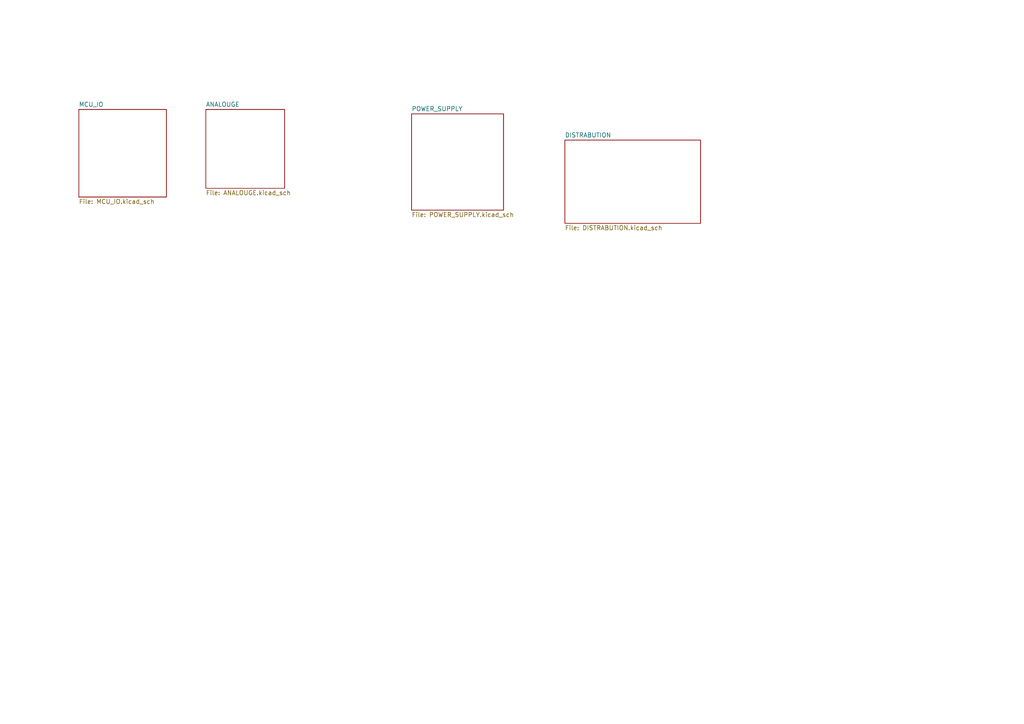
<source format=kicad_sch>
(kicad_sch
	(version 20250114)
	(generator "eeschema")
	(generator_version "9.0")
	(uuid "2800815a-f06a-4e36-93dc-fea3151edeb4")
	(paper "A4")
	(lib_symbols)
	(sheet
		(at 59.69 31.75)
		(size 22.86 22.86)
		(exclude_from_sim no)
		(in_bom yes)
		(on_board yes)
		(dnp no)
		(fields_autoplaced yes)
		(stroke
			(width 0.1524)
			(type solid)
		)
		(fill
			(color 0 0 0 0.0000)
		)
		(uuid "64c96306-6452-4765-9119-2ed1bbe85c0a")
		(property "Sheetname" "ANALOUGE"
			(at 59.69 31.0384 0)
			(effects
				(font
					(size 1.27 1.27)
				)
				(justify left bottom)
			)
		)
		(property "Sheetfile" "ANALOUGE.kicad_sch"
			(at 59.69 55.1946 0)
			(effects
				(font
					(size 1.27 1.27)
				)
				(justify left top)
			)
		)
		(instances
			(project "distrabution_controler"
				(path "/2800815a-f06a-4e36-93dc-fea3151edeb4"
					(page "3")
				)
			)
		)
	)
	(sheet
		(at 163.83 40.64)
		(size 39.37 24.13)
		(exclude_from_sim no)
		(in_bom yes)
		(on_board yes)
		(dnp no)
		(fields_autoplaced yes)
		(stroke
			(width 0.1524)
			(type solid)
		)
		(fill
			(color 0 0 0 0.0000)
		)
		(uuid "7fbfb42f-96da-4e82-966c-81097b84f0b1")
		(property "Sheetname" "DISTRABUTION"
			(at 163.83 39.9284 0)
			(effects
				(font
					(size 1.27 1.27)
				)
				(justify left bottom)
			)
		)
		(property "Sheetfile" "DISTRABUTION.kicad_sch"
			(at 163.83 65.3546 0)
			(effects
				(font
					(size 1.27 1.27)
				)
				(justify left top)
			)
		)
		(instances
			(project "distrabution_controler"
				(path "/2800815a-f06a-4e36-93dc-fea3151edeb4"
					(page "6")
				)
			)
		)
	)
	(sheet
		(at 119.38 33.02)
		(size 26.67 27.94)
		(exclude_from_sim no)
		(in_bom yes)
		(on_board yes)
		(dnp no)
		(fields_autoplaced yes)
		(stroke
			(width 0.1524)
			(type solid)
		)
		(fill
			(color 0 0 0 0.0000)
		)
		(uuid "925a5d1c-4c1f-4d79-8354-11bd5f3ca015")
		(property "Sheetname" "POWER_SUPPLY"
			(at 119.38 32.3084 0)
			(effects
				(font
					(size 1.27 1.27)
				)
				(justify left bottom)
			)
		)
		(property "Sheetfile" "POWER_SUPPLY.kicad_sch"
			(at 119.38 61.5446 0)
			(effects
				(font
					(size 1.27 1.27)
				)
				(justify left top)
			)
		)
		(instances
			(project "distrabution_controler"
				(path "/2800815a-f06a-4e36-93dc-fea3151edeb4"
					(page "5")
				)
			)
		)
	)
	(sheet
		(at 22.86 31.75)
		(size 25.4 25.4)
		(exclude_from_sim no)
		(in_bom yes)
		(on_board yes)
		(dnp no)
		(fields_autoplaced yes)
		(stroke
			(width 0.1524)
			(type solid)
		)
		(fill
			(color 0 0 0 0.0000)
		)
		(uuid "cc9feaf5-e3f6-4501-9fb5-0cfb07e51032")
		(property "Sheetname" "MCU_IO"
			(at 22.86 31.0384 0)
			(effects
				(font
					(size 1.27 1.27)
				)
				(justify left bottom)
			)
		)
		(property "Sheetfile" "MCU_IO.kicad_sch"
			(at 22.86 57.7346 0)
			(effects
				(font
					(size 1.27 1.27)
				)
				(justify left top)
			)
		)
		(instances
			(project "distrabution_controler"
				(path "/2800815a-f06a-4e36-93dc-fea3151edeb4"
					(page "2")
				)
			)
		)
	)
	(sheet_instances
		(path "/"
			(page "1")
		)
	)
	(embedded_fonts no)
)

</source>
